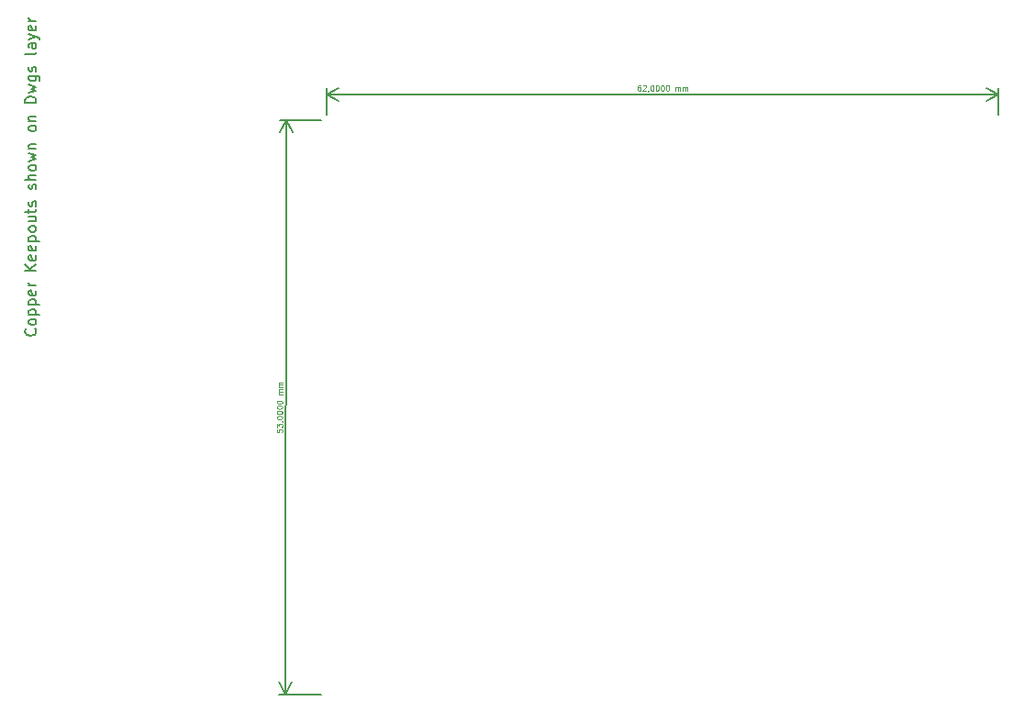
<source format=gbr>
G04 #@! TF.GenerationSoftware,KiCad,Pcbnew,7.0.8-7.0.8~ubuntu22.04.1*
G04 #@! TF.CreationDate,2023-10-11T18:06:27+02:00*
G04 #@! TF.ProjectId,PD_Micro,50445f4d-6963-4726-9f2e-6b696361645f,rev?*
G04 #@! TF.SameCoordinates,PX7ce2370PY67d8790*
G04 #@! TF.FileFunction,Other,Comment*
%FSLAX46Y46*%
G04 Gerber Fmt 4.6, Leading zero omitted, Abs format (unit mm)*
G04 Created by KiCad (PCBNEW 7.0.8-7.0.8~ubuntu22.04.1) date 2023-10-11 18:06:27*
%MOMM*%
%LPD*%
G01*
G04 APERTURE LIST*
%ADD10C,0.062500*%
%ADD11C,0.150000*%
G04 APERTURE END LIST*
D10*
X72997573Y25085091D02*
X72902335Y25085091D01*
X72902335Y25085091D02*
X72854716Y25061281D01*
X72854716Y25061281D02*
X72830906Y25037472D01*
X72830906Y25037472D02*
X72783287Y24966043D01*
X72783287Y24966043D02*
X72759478Y24870805D01*
X72759478Y24870805D02*
X72759478Y24680329D01*
X72759478Y24680329D02*
X72783287Y24632710D01*
X72783287Y24632710D02*
X72807097Y24608900D01*
X72807097Y24608900D02*
X72854716Y24585091D01*
X72854716Y24585091D02*
X72949954Y24585091D01*
X72949954Y24585091D02*
X72997573Y24608900D01*
X72997573Y24608900D02*
X73021382Y24632710D01*
X73021382Y24632710D02*
X73045192Y24680329D01*
X73045192Y24680329D02*
X73045192Y24799377D01*
X73045192Y24799377D02*
X73021382Y24846996D01*
X73021382Y24846996D02*
X72997573Y24870805D01*
X72997573Y24870805D02*
X72949954Y24894615D01*
X72949954Y24894615D02*
X72854716Y24894615D01*
X72854716Y24894615D02*
X72807097Y24870805D01*
X72807097Y24870805D02*
X72783287Y24846996D01*
X72783287Y24846996D02*
X72759478Y24799377D01*
X73235668Y25037472D02*
X73259477Y25061281D01*
X73259477Y25061281D02*
X73307096Y25085091D01*
X73307096Y25085091D02*
X73426144Y25085091D01*
X73426144Y25085091D02*
X73473763Y25061281D01*
X73473763Y25061281D02*
X73497572Y25037472D01*
X73497572Y25037472D02*
X73521382Y24989853D01*
X73521382Y24989853D02*
X73521382Y24942234D01*
X73521382Y24942234D02*
X73497572Y24870805D01*
X73497572Y24870805D02*
X73211858Y24585091D01*
X73211858Y24585091D02*
X73521382Y24585091D01*
X73759477Y24608900D02*
X73759477Y24585091D01*
X73759477Y24585091D02*
X73735667Y24537472D01*
X73735667Y24537472D02*
X73711858Y24513662D01*
X74069000Y25085091D02*
X74116619Y25085091D01*
X74116619Y25085091D02*
X74164238Y25061281D01*
X74164238Y25061281D02*
X74188048Y25037472D01*
X74188048Y25037472D02*
X74211857Y24989853D01*
X74211857Y24989853D02*
X74235667Y24894615D01*
X74235667Y24894615D02*
X74235667Y24775567D01*
X74235667Y24775567D02*
X74211857Y24680329D01*
X74211857Y24680329D02*
X74188048Y24632710D01*
X74188048Y24632710D02*
X74164238Y24608900D01*
X74164238Y24608900D02*
X74116619Y24585091D01*
X74116619Y24585091D02*
X74069000Y24585091D01*
X74069000Y24585091D02*
X74021381Y24608900D01*
X74021381Y24608900D02*
X73997572Y24632710D01*
X73997572Y24632710D02*
X73973762Y24680329D01*
X73973762Y24680329D02*
X73949953Y24775567D01*
X73949953Y24775567D02*
X73949953Y24894615D01*
X73949953Y24894615D02*
X73973762Y24989853D01*
X73973762Y24989853D02*
X73997572Y25037472D01*
X73997572Y25037472D02*
X74021381Y25061281D01*
X74021381Y25061281D02*
X74069000Y25085091D01*
X74545190Y25085091D02*
X74592809Y25085091D01*
X74592809Y25085091D02*
X74640428Y25061281D01*
X74640428Y25061281D02*
X74664238Y25037472D01*
X74664238Y25037472D02*
X74688047Y24989853D01*
X74688047Y24989853D02*
X74711857Y24894615D01*
X74711857Y24894615D02*
X74711857Y24775567D01*
X74711857Y24775567D02*
X74688047Y24680329D01*
X74688047Y24680329D02*
X74664238Y24632710D01*
X74664238Y24632710D02*
X74640428Y24608900D01*
X74640428Y24608900D02*
X74592809Y24585091D01*
X74592809Y24585091D02*
X74545190Y24585091D01*
X74545190Y24585091D02*
X74497571Y24608900D01*
X74497571Y24608900D02*
X74473762Y24632710D01*
X74473762Y24632710D02*
X74449952Y24680329D01*
X74449952Y24680329D02*
X74426143Y24775567D01*
X74426143Y24775567D02*
X74426143Y24894615D01*
X74426143Y24894615D02*
X74449952Y24989853D01*
X74449952Y24989853D02*
X74473762Y25037472D01*
X74473762Y25037472D02*
X74497571Y25061281D01*
X74497571Y25061281D02*
X74545190Y25085091D01*
X75021380Y25085091D02*
X75068999Y25085091D01*
X75068999Y25085091D02*
X75116618Y25061281D01*
X75116618Y25061281D02*
X75140428Y25037472D01*
X75140428Y25037472D02*
X75164237Y24989853D01*
X75164237Y24989853D02*
X75188047Y24894615D01*
X75188047Y24894615D02*
X75188047Y24775567D01*
X75188047Y24775567D02*
X75164237Y24680329D01*
X75164237Y24680329D02*
X75140428Y24632710D01*
X75140428Y24632710D02*
X75116618Y24608900D01*
X75116618Y24608900D02*
X75068999Y24585091D01*
X75068999Y24585091D02*
X75021380Y24585091D01*
X75021380Y24585091D02*
X74973761Y24608900D01*
X74973761Y24608900D02*
X74949952Y24632710D01*
X74949952Y24632710D02*
X74926142Y24680329D01*
X74926142Y24680329D02*
X74902333Y24775567D01*
X74902333Y24775567D02*
X74902333Y24894615D01*
X74902333Y24894615D02*
X74926142Y24989853D01*
X74926142Y24989853D02*
X74949952Y25037472D01*
X74949952Y25037472D02*
X74973761Y25061281D01*
X74973761Y25061281D02*
X75021380Y25085091D01*
X75497570Y25085091D02*
X75545189Y25085091D01*
X75545189Y25085091D02*
X75592808Y25061281D01*
X75592808Y25061281D02*
X75616618Y25037472D01*
X75616618Y25037472D02*
X75640427Y24989853D01*
X75640427Y24989853D02*
X75664237Y24894615D01*
X75664237Y24894615D02*
X75664237Y24775567D01*
X75664237Y24775567D02*
X75640427Y24680329D01*
X75640427Y24680329D02*
X75616618Y24632710D01*
X75616618Y24632710D02*
X75592808Y24608900D01*
X75592808Y24608900D02*
X75545189Y24585091D01*
X75545189Y24585091D02*
X75497570Y24585091D01*
X75497570Y24585091D02*
X75449951Y24608900D01*
X75449951Y24608900D02*
X75426142Y24632710D01*
X75426142Y24632710D02*
X75402332Y24680329D01*
X75402332Y24680329D02*
X75378523Y24775567D01*
X75378523Y24775567D02*
X75378523Y24894615D01*
X75378523Y24894615D02*
X75402332Y24989853D01*
X75402332Y24989853D02*
X75426142Y25037472D01*
X75426142Y25037472D02*
X75449951Y25061281D01*
X75449951Y25061281D02*
X75497570Y25085091D01*
X76259474Y24585091D02*
X76259474Y24918424D01*
X76259474Y24870805D02*
X76283284Y24894615D01*
X76283284Y24894615D02*
X76330903Y24918424D01*
X76330903Y24918424D02*
X76402331Y24918424D01*
X76402331Y24918424D02*
X76449950Y24894615D01*
X76449950Y24894615D02*
X76473760Y24846996D01*
X76473760Y24846996D02*
X76473760Y24585091D01*
X76473760Y24846996D02*
X76497569Y24894615D01*
X76497569Y24894615D02*
X76545188Y24918424D01*
X76545188Y24918424D02*
X76616617Y24918424D01*
X76616617Y24918424D02*
X76664236Y24894615D01*
X76664236Y24894615D02*
X76688046Y24846996D01*
X76688046Y24846996D02*
X76688046Y24585091D01*
X76926141Y24585091D02*
X76926141Y24918424D01*
X76926141Y24870805D02*
X76949951Y24894615D01*
X76949951Y24894615D02*
X76997570Y24918424D01*
X76997570Y24918424D02*
X77068998Y24918424D01*
X77068998Y24918424D02*
X77116617Y24894615D01*
X77116617Y24894615D02*
X77140427Y24846996D01*
X77140427Y24846996D02*
X77140427Y24585091D01*
X77140427Y24846996D02*
X77164236Y24894615D01*
X77164236Y24894615D02*
X77211855Y24918424D01*
X77211855Y24918424D02*
X77283284Y24918424D01*
X77283284Y24918424D02*
X77330903Y24894615D01*
X77330903Y24894615D02*
X77354713Y24846996D01*
X77354713Y24846996D02*
X77354713Y24585091D01*
D11*
X44069000Y22383650D02*
X44069000Y24837070D01*
X106069000Y22383650D02*
X106069000Y24837070D01*
X44069000Y24250650D02*
X106069000Y24250650D01*
X44069000Y24250650D02*
X106069000Y24250650D01*
X44069000Y24250650D02*
X45195504Y24837071D01*
X44069000Y24250650D02*
X45195504Y23664229D01*
X106069000Y24250650D02*
X104942496Y23664229D01*
X106069000Y24250650D02*
X104942496Y24837071D01*
D10*
X39458468Y-6655967D02*
X39458383Y-6894062D01*
X39458383Y-6894062D02*
X39696469Y-6917957D01*
X39696469Y-6917957D02*
X39672668Y-6894139D01*
X39672668Y-6894139D02*
X39648876Y-6846511D01*
X39648876Y-6846511D02*
X39648919Y-6727464D01*
X39648919Y-6727464D02*
X39672745Y-6679853D01*
X39672745Y-6679853D02*
X39696563Y-6656052D01*
X39696563Y-6656052D02*
X39744191Y-6632260D01*
X39744191Y-6632260D02*
X39863238Y-6632303D01*
X39863238Y-6632303D02*
X39910849Y-6656129D01*
X39910849Y-6656129D02*
X39934650Y-6679947D01*
X39934650Y-6679947D02*
X39958442Y-6727575D01*
X39958442Y-6727575D02*
X39958400Y-6846622D01*
X39958400Y-6846622D02*
X39934573Y-6894233D01*
X39934573Y-6894233D02*
X39910755Y-6918034D01*
X39458536Y-6465491D02*
X39458647Y-6155968D01*
X39458647Y-6155968D02*
X39649064Y-6322702D01*
X39649064Y-6322702D02*
X39649089Y-6251274D01*
X39649089Y-6251274D02*
X39672916Y-6203663D01*
X39672916Y-6203663D02*
X39696734Y-6179862D01*
X39696734Y-6179862D02*
X39744362Y-6156070D01*
X39744362Y-6156070D02*
X39863409Y-6156113D01*
X39863409Y-6156113D02*
X39911020Y-6179939D01*
X39911020Y-6179939D02*
X39934821Y-6203757D01*
X39934821Y-6203757D02*
X39958613Y-6251385D01*
X39958613Y-6251385D02*
X39958562Y-6394242D01*
X39958562Y-6394242D02*
X39934735Y-6441853D01*
X39934735Y-6441853D02*
X39910917Y-6465653D01*
X39934923Y-5918043D02*
X39958733Y-5918052D01*
X39958733Y-5918052D02*
X40006343Y-5941879D01*
X40006343Y-5941879D02*
X40030144Y-5965697D01*
X39458844Y-5608349D02*
X39458861Y-5560730D01*
X39458861Y-5560730D02*
X39482687Y-5513120D01*
X39482687Y-5513120D02*
X39506505Y-5489319D01*
X39506505Y-5489319D02*
X39554133Y-5465526D01*
X39554133Y-5465526D02*
X39649379Y-5441751D01*
X39649379Y-5441751D02*
X39768427Y-5441794D01*
X39768427Y-5441794D02*
X39863657Y-5465637D01*
X39863657Y-5465637D02*
X39911267Y-5489464D01*
X39911267Y-5489464D02*
X39935068Y-5513282D01*
X39935068Y-5513282D02*
X39958861Y-5560909D01*
X39958861Y-5560909D02*
X39958844Y-5608528D01*
X39958844Y-5608528D02*
X39935017Y-5656139D01*
X39935017Y-5656139D02*
X39911199Y-5679940D01*
X39911199Y-5679940D02*
X39863571Y-5703732D01*
X39863571Y-5703732D02*
X39768325Y-5727508D01*
X39768325Y-5727508D02*
X39649277Y-5727465D01*
X39649277Y-5727465D02*
X39554047Y-5703621D01*
X39554047Y-5703621D02*
X39506437Y-5679795D01*
X39506437Y-5679795D02*
X39482636Y-5655977D01*
X39482636Y-5655977D02*
X39458844Y-5608349D01*
X39459014Y-5132159D02*
X39459031Y-5084540D01*
X39459031Y-5084540D02*
X39482858Y-5036930D01*
X39482858Y-5036930D02*
X39506676Y-5013129D01*
X39506676Y-5013129D02*
X39554304Y-4989336D01*
X39554304Y-4989336D02*
X39649550Y-4965561D01*
X39649550Y-4965561D02*
X39768598Y-4965604D01*
X39768598Y-4965604D02*
X39863827Y-4989447D01*
X39863827Y-4989447D02*
X39911438Y-5013274D01*
X39911438Y-5013274D02*
X39935239Y-5037092D01*
X39935239Y-5037092D02*
X39959031Y-5084719D01*
X39959031Y-5084719D02*
X39959014Y-5132339D01*
X39959014Y-5132339D02*
X39935188Y-5179949D01*
X39935188Y-5179949D02*
X39911370Y-5203750D01*
X39911370Y-5203750D02*
X39863742Y-5227542D01*
X39863742Y-5227542D02*
X39768495Y-5251318D01*
X39768495Y-5251318D02*
X39649448Y-5251275D01*
X39649448Y-5251275D02*
X39554218Y-5227431D01*
X39554218Y-5227431D02*
X39506608Y-5203605D01*
X39506608Y-5203605D02*
X39482807Y-5179787D01*
X39482807Y-5179787D02*
X39459014Y-5132159D01*
X39459185Y-4655969D02*
X39459202Y-4608350D01*
X39459202Y-4608350D02*
X39483029Y-4560740D01*
X39483029Y-4560740D02*
X39506847Y-4536939D01*
X39506847Y-4536939D02*
X39554474Y-4513146D01*
X39554474Y-4513146D02*
X39649721Y-4489371D01*
X39649721Y-4489371D02*
X39768769Y-4489414D01*
X39768769Y-4489414D02*
X39863998Y-4513257D01*
X39863998Y-4513257D02*
X39911609Y-4537084D01*
X39911609Y-4537084D02*
X39935410Y-4560902D01*
X39935410Y-4560902D02*
X39959202Y-4608529D01*
X39959202Y-4608529D02*
X39959185Y-4656149D01*
X39959185Y-4656149D02*
X39935358Y-4703759D01*
X39935358Y-4703759D02*
X39911540Y-4727560D01*
X39911540Y-4727560D02*
X39863913Y-4751352D01*
X39863913Y-4751352D02*
X39768666Y-4775128D01*
X39768666Y-4775128D02*
X39649618Y-4775085D01*
X39649618Y-4775085D02*
X39554389Y-4751242D01*
X39554389Y-4751242D02*
X39506778Y-4727415D01*
X39506778Y-4727415D02*
X39482977Y-4703597D01*
X39482977Y-4703597D02*
X39459185Y-4655969D01*
X39459356Y-4179779D02*
X39459373Y-4132160D01*
X39459373Y-4132160D02*
X39483199Y-4084550D01*
X39483199Y-4084550D02*
X39507017Y-4060749D01*
X39507017Y-4060749D02*
X39554645Y-4036956D01*
X39554645Y-4036956D02*
X39649892Y-4013181D01*
X39649892Y-4013181D02*
X39768939Y-4013224D01*
X39768939Y-4013224D02*
X39864169Y-4037067D01*
X39864169Y-4037067D02*
X39911779Y-4060894D01*
X39911779Y-4060894D02*
X39935580Y-4084712D01*
X39935580Y-4084712D02*
X39959373Y-4132340D01*
X39959373Y-4132340D02*
X39959356Y-4179959D01*
X39959356Y-4179959D02*
X39935529Y-4227569D01*
X39935529Y-4227569D02*
X39911711Y-4251370D01*
X39911711Y-4251370D02*
X39864083Y-4275163D01*
X39864083Y-4275163D02*
X39768837Y-4298938D01*
X39768837Y-4298938D02*
X39649789Y-4298895D01*
X39649789Y-4298895D02*
X39554560Y-4275052D01*
X39554560Y-4275052D02*
X39506949Y-4251225D01*
X39506949Y-4251225D02*
X39483148Y-4227407D01*
X39483148Y-4227407D02*
X39459356Y-4179779D01*
X39959629Y-3418055D02*
X39626295Y-3417935D01*
X39673915Y-3417952D02*
X39650114Y-3394134D01*
X39650114Y-3394134D02*
X39626321Y-3346507D01*
X39626321Y-3346507D02*
X39626347Y-3275078D01*
X39626347Y-3275078D02*
X39650173Y-3227468D01*
X39650173Y-3227468D02*
X39697801Y-3203675D01*
X39697801Y-3203675D02*
X39959706Y-3203769D01*
X39697801Y-3203675D02*
X39650190Y-3179849D01*
X39650190Y-3179849D02*
X39626398Y-3132221D01*
X39626398Y-3132221D02*
X39626424Y-3060792D01*
X39626424Y-3060792D02*
X39650250Y-3013182D01*
X39650250Y-3013182D02*
X39697878Y-2989389D01*
X39697878Y-2989389D02*
X39959782Y-2989483D01*
X39959868Y-2751388D02*
X39626534Y-2751268D01*
X39674154Y-2751285D02*
X39650353Y-2727467D01*
X39650353Y-2727467D02*
X39626560Y-2679840D01*
X39626560Y-2679840D02*
X39626586Y-2608411D01*
X39626586Y-2608411D02*
X39650412Y-2560801D01*
X39650412Y-2560801D02*
X39698040Y-2537008D01*
X39698040Y-2537008D02*
X39959945Y-2537102D01*
X39698040Y-2537008D02*
X39650429Y-2513182D01*
X39650429Y-2513182D02*
X39626637Y-2465554D01*
X39626637Y-2465554D02*
X39626662Y-2394125D01*
X39626662Y-2394125D02*
X39650489Y-2346515D01*
X39650489Y-2346515D02*
X39698117Y-2322722D01*
X39698117Y-2322722D02*
X39960021Y-2322816D01*
D11*
X43569000Y21890179D02*
X39716723Y21891560D01*
X43550000Y-31109821D02*
X39697723Y-31108440D01*
X40303143Y21891350D02*
X40284143Y-31108650D01*
X40303143Y21891350D02*
X40284143Y-31108650D01*
X40303143Y21891350D02*
X40889160Y20764636D01*
X40303143Y21891350D02*
X39716318Y20765057D01*
X40284143Y-31108650D02*
X39698126Y-29981936D01*
X40284143Y-31108650D02*
X40870968Y-29982357D01*
X17149580Y2609998D02*
X17197200Y2562379D01*
X17197200Y2562379D02*
X17244819Y2419522D01*
X17244819Y2419522D02*
X17244819Y2324284D01*
X17244819Y2324284D02*
X17197200Y2181427D01*
X17197200Y2181427D02*
X17101961Y2086189D01*
X17101961Y2086189D02*
X17006723Y2038570D01*
X17006723Y2038570D02*
X16816247Y1990951D01*
X16816247Y1990951D02*
X16673390Y1990951D01*
X16673390Y1990951D02*
X16482914Y2038570D01*
X16482914Y2038570D02*
X16387676Y2086189D01*
X16387676Y2086189D02*
X16292438Y2181427D01*
X16292438Y2181427D02*
X16244819Y2324284D01*
X16244819Y2324284D02*
X16244819Y2419522D01*
X16244819Y2419522D02*
X16292438Y2562379D01*
X16292438Y2562379D02*
X16340057Y2609998D01*
X17244819Y3181427D02*
X17197200Y3086189D01*
X17197200Y3086189D02*
X17149580Y3038570D01*
X17149580Y3038570D02*
X17054342Y2990951D01*
X17054342Y2990951D02*
X16768628Y2990951D01*
X16768628Y2990951D02*
X16673390Y3038570D01*
X16673390Y3038570D02*
X16625771Y3086189D01*
X16625771Y3086189D02*
X16578152Y3181427D01*
X16578152Y3181427D02*
X16578152Y3324284D01*
X16578152Y3324284D02*
X16625771Y3419522D01*
X16625771Y3419522D02*
X16673390Y3467141D01*
X16673390Y3467141D02*
X16768628Y3514760D01*
X16768628Y3514760D02*
X17054342Y3514760D01*
X17054342Y3514760D02*
X17149580Y3467141D01*
X17149580Y3467141D02*
X17197200Y3419522D01*
X17197200Y3419522D02*
X17244819Y3324284D01*
X17244819Y3324284D02*
X17244819Y3181427D01*
X16578152Y3943332D02*
X17578152Y3943332D01*
X16625771Y3943332D02*
X16578152Y4038570D01*
X16578152Y4038570D02*
X16578152Y4229046D01*
X16578152Y4229046D02*
X16625771Y4324284D01*
X16625771Y4324284D02*
X16673390Y4371903D01*
X16673390Y4371903D02*
X16768628Y4419522D01*
X16768628Y4419522D02*
X17054342Y4419522D01*
X17054342Y4419522D02*
X17149580Y4371903D01*
X17149580Y4371903D02*
X17197200Y4324284D01*
X17197200Y4324284D02*
X17244819Y4229046D01*
X17244819Y4229046D02*
X17244819Y4038570D01*
X17244819Y4038570D02*
X17197200Y3943332D01*
X16578152Y4848094D02*
X17578152Y4848094D01*
X16625771Y4848094D02*
X16578152Y4943332D01*
X16578152Y4943332D02*
X16578152Y5133808D01*
X16578152Y5133808D02*
X16625771Y5229046D01*
X16625771Y5229046D02*
X16673390Y5276665D01*
X16673390Y5276665D02*
X16768628Y5324284D01*
X16768628Y5324284D02*
X17054342Y5324284D01*
X17054342Y5324284D02*
X17149580Y5276665D01*
X17149580Y5276665D02*
X17197200Y5229046D01*
X17197200Y5229046D02*
X17244819Y5133808D01*
X17244819Y5133808D02*
X17244819Y4943332D01*
X17244819Y4943332D02*
X17197200Y4848094D01*
X17197200Y6133808D02*
X17244819Y6038570D01*
X17244819Y6038570D02*
X17244819Y5848094D01*
X17244819Y5848094D02*
X17197200Y5752856D01*
X17197200Y5752856D02*
X17101961Y5705237D01*
X17101961Y5705237D02*
X16721009Y5705237D01*
X16721009Y5705237D02*
X16625771Y5752856D01*
X16625771Y5752856D02*
X16578152Y5848094D01*
X16578152Y5848094D02*
X16578152Y6038570D01*
X16578152Y6038570D02*
X16625771Y6133808D01*
X16625771Y6133808D02*
X16721009Y6181427D01*
X16721009Y6181427D02*
X16816247Y6181427D01*
X16816247Y6181427D02*
X16911485Y5705237D01*
X17244819Y6609999D02*
X16578152Y6609999D01*
X16768628Y6609999D02*
X16673390Y6657618D01*
X16673390Y6657618D02*
X16625771Y6705237D01*
X16625771Y6705237D02*
X16578152Y6800475D01*
X16578152Y6800475D02*
X16578152Y6895713D01*
X17244819Y7990952D02*
X16244819Y7990952D01*
X17244819Y8562380D02*
X16673390Y8133809D01*
X16244819Y8562380D02*
X16816247Y7990952D01*
X17197200Y9371904D02*
X17244819Y9276666D01*
X17244819Y9276666D02*
X17244819Y9086190D01*
X17244819Y9086190D02*
X17197200Y8990952D01*
X17197200Y8990952D02*
X17101961Y8943333D01*
X17101961Y8943333D02*
X16721009Y8943333D01*
X16721009Y8943333D02*
X16625771Y8990952D01*
X16625771Y8990952D02*
X16578152Y9086190D01*
X16578152Y9086190D02*
X16578152Y9276666D01*
X16578152Y9276666D02*
X16625771Y9371904D01*
X16625771Y9371904D02*
X16721009Y9419523D01*
X16721009Y9419523D02*
X16816247Y9419523D01*
X16816247Y9419523D02*
X16911485Y8943333D01*
X17197200Y10229047D02*
X17244819Y10133809D01*
X17244819Y10133809D02*
X17244819Y9943333D01*
X17244819Y9943333D02*
X17197200Y9848095D01*
X17197200Y9848095D02*
X17101961Y9800476D01*
X17101961Y9800476D02*
X16721009Y9800476D01*
X16721009Y9800476D02*
X16625771Y9848095D01*
X16625771Y9848095D02*
X16578152Y9943333D01*
X16578152Y9943333D02*
X16578152Y10133809D01*
X16578152Y10133809D02*
X16625771Y10229047D01*
X16625771Y10229047D02*
X16721009Y10276666D01*
X16721009Y10276666D02*
X16816247Y10276666D01*
X16816247Y10276666D02*
X16911485Y9800476D01*
X16578152Y10705238D02*
X17578152Y10705238D01*
X16625771Y10705238D02*
X16578152Y10800476D01*
X16578152Y10800476D02*
X16578152Y10990952D01*
X16578152Y10990952D02*
X16625771Y11086190D01*
X16625771Y11086190D02*
X16673390Y11133809D01*
X16673390Y11133809D02*
X16768628Y11181428D01*
X16768628Y11181428D02*
X17054342Y11181428D01*
X17054342Y11181428D02*
X17149580Y11133809D01*
X17149580Y11133809D02*
X17197200Y11086190D01*
X17197200Y11086190D02*
X17244819Y10990952D01*
X17244819Y10990952D02*
X17244819Y10800476D01*
X17244819Y10800476D02*
X17197200Y10705238D01*
X17244819Y11752857D02*
X17197200Y11657619D01*
X17197200Y11657619D02*
X17149580Y11610000D01*
X17149580Y11610000D02*
X17054342Y11562381D01*
X17054342Y11562381D02*
X16768628Y11562381D01*
X16768628Y11562381D02*
X16673390Y11610000D01*
X16673390Y11610000D02*
X16625771Y11657619D01*
X16625771Y11657619D02*
X16578152Y11752857D01*
X16578152Y11752857D02*
X16578152Y11895714D01*
X16578152Y11895714D02*
X16625771Y11990952D01*
X16625771Y11990952D02*
X16673390Y12038571D01*
X16673390Y12038571D02*
X16768628Y12086190D01*
X16768628Y12086190D02*
X17054342Y12086190D01*
X17054342Y12086190D02*
X17149580Y12038571D01*
X17149580Y12038571D02*
X17197200Y11990952D01*
X17197200Y11990952D02*
X17244819Y11895714D01*
X17244819Y11895714D02*
X17244819Y11752857D01*
X16578152Y12943333D02*
X17244819Y12943333D01*
X16578152Y12514762D02*
X17101961Y12514762D01*
X17101961Y12514762D02*
X17197200Y12562381D01*
X17197200Y12562381D02*
X17244819Y12657619D01*
X17244819Y12657619D02*
X17244819Y12800476D01*
X17244819Y12800476D02*
X17197200Y12895714D01*
X17197200Y12895714D02*
X17149580Y12943333D01*
X16578152Y13276667D02*
X16578152Y13657619D01*
X16244819Y13419524D02*
X17101961Y13419524D01*
X17101961Y13419524D02*
X17197200Y13467143D01*
X17197200Y13467143D02*
X17244819Y13562381D01*
X17244819Y13562381D02*
X17244819Y13657619D01*
X17197200Y13943334D02*
X17244819Y14038572D01*
X17244819Y14038572D02*
X17244819Y14229048D01*
X17244819Y14229048D02*
X17197200Y14324286D01*
X17197200Y14324286D02*
X17101961Y14371905D01*
X17101961Y14371905D02*
X17054342Y14371905D01*
X17054342Y14371905D02*
X16959104Y14324286D01*
X16959104Y14324286D02*
X16911485Y14229048D01*
X16911485Y14229048D02*
X16911485Y14086191D01*
X16911485Y14086191D02*
X16863866Y13990953D01*
X16863866Y13990953D02*
X16768628Y13943334D01*
X16768628Y13943334D02*
X16721009Y13943334D01*
X16721009Y13943334D02*
X16625771Y13990953D01*
X16625771Y13990953D02*
X16578152Y14086191D01*
X16578152Y14086191D02*
X16578152Y14229048D01*
X16578152Y14229048D02*
X16625771Y14324286D01*
X17197200Y15514763D02*
X17244819Y15610001D01*
X17244819Y15610001D02*
X17244819Y15800477D01*
X17244819Y15800477D02*
X17197200Y15895715D01*
X17197200Y15895715D02*
X17101961Y15943334D01*
X17101961Y15943334D02*
X17054342Y15943334D01*
X17054342Y15943334D02*
X16959104Y15895715D01*
X16959104Y15895715D02*
X16911485Y15800477D01*
X16911485Y15800477D02*
X16911485Y15657620D01*
X16911485Y15657620D02*
X16863866Y15562382D01*
X16863866Y15562382D02*
X16768628Y15514763D01*
X16768628Y15514763D02*
X16721009Y15514763D01*
X16721009Y15514763D02*
X16625771Y15562382D01*
X16625771Y15562382D02*
X16578152Y15657620D01*
X16578152Y15657620D02*
X16578152Y15800477D01*
X16578152Y15800477D02*
X16625771Y15895715D01*
X17244819Y16371906D02*
X16244819Y16371906D01*
X17244819Y16800477D02*
X16721009Y16800477D01*
X16721009Y16800477D02*
X16625771Y16752858D01*
X16625771Y16752858D02*
X16578152Y16657620D01*
X16578152Y16657620D02*
X16578152Y16514763D01*
X16578152Y16514763D02*
X16625771Y16419525D01*
X16625771Y16419525D02*
X16673390Y16371906D01*
X17244819Y17419525D02*
X17197200Y17324287D01*
X17197200Y17324287D02*
X17149580Y17276668D01*
X17149580Y17276668D02*
X17054342Y17229049D01*
X17054342Y17229049D02*
X16768628Y17229049D01*
X16768628Y17229049D02*
X16673390Y17276668D01*
X16673390Y17276668D02*
X16625771Y17324287D01*
X16625771Y17324287D02*
X16578152Y17419525D01*
X16578152Y17419525D02*
X16578152Y17562382D01*
X16578152Y17562382D02*
X16625771Y17657620D01*
X16625771Y17657620D02*
X16673390Y17705239D01*
X16673390Y17705239D02*
X16768628Y17752858D01*
X16768628Y17752858D02*
X17054342Y17752858D01*
X17054342Y17752858D02*
X17149580Y17705239D01*
X17149580Y17705239D02*
X17197200Y17657620D01*
X17197200Y17657620D02*
X17244819Y17562382D01*
X17244819Y17562382D02*
X17244819Y17419525D01*
X16578152Y18086192D02*
X17244819Y18276668D01*
X17244819Y18276668D02*
X16768628Y18467144D01*
X16768628Y18467144D02*
X17244819Y18657620D01*
X17244819Y18657620D02*
X16578152Y18848096D01*
X16578152Y19229049D02*
X17244819Y19229049D01*
X16673390Y19229049D02*
X16625771Y19276668D01*
X16625771Y19276668D02*
X16578152Y19371906D01*
X16578152Y19371906D02*
X16578152Y19514763D01*
X16578152Y19514763D02*
X16625771Y19610001D01*
X16625771Y19610001D02*
X16721009Y19657620D01*
X16721009Y19657620D02*
X17244819Y19657620D01*
X17244819Y21038573D02*
X17197200Y20943335D01*
X17197200Y20943335D02*
X17149580Y20895716D01*
X17149580Y20895716D02*
X17054342Y20848097D01*
X17054342Y20848097D02*
X16768628Y20848097D01*
X16768628Y20848097D02*
X16673390Y20895716D01*
X16673390Y20895716D02*
X16625771Y20943335D01*
X16625771Y20943335D02*
X16578152Y21038573D01*
X16578152Y21038573D02*
X16578152Y21181430D01*
X16578152Y21181430D02*
X16625771Y21276668D01*
X16625771Y21276668D02*
X16673390Y21324287D01*
X16673390Y21324287D02*
X16768628Y21371906D01*
X16768628Y21371906D02*
X17054342Y21371906D01*
X17054342Y21371906D02*
X17149580Y21324287D01*
X17149580Y21324287D02*
X17197200Y21276668D01*
X17197200Y21276668D02*
X17244819Y21181430D01*
X17244819Y21181430D02*
X17244819Y21038573D01*
X16578152Y21800478D02*
X17244819Y21800478D01*
X16673390Y21800478D02*
X16625771Y21848097D01*
X16625771Y21848097D02*
X16578152Y21943335D01*
X16578152Y21943335D02*
X16578152Y22086192D01*
X16578152Y22086192D02*
X16625771Y22181430D01*
X16625771Y22181430D02*
X16721009Y22229049D01*
X16721009Y22229049D02*
X17244819Y22229049D01*
X17244819Y23467145D02*
X16244819Y23467145D01*
X16244819Y23467145D02*
X16244819Y23705240D01*
X16244819Y23705240D02*
X16292438Y23848097D01*
X16292438Y23848097D02*
X16387676Y23943335D01*
X16387676Y23943335D02*
X16482914Y23990954D01*
X16482914Y23990954D02*
X16673390Y24038573D01*
X16673390Y24038573D02*
X16816247Y24038573D01*
X16816247Y24038573D02*
X17006723Y23990954D01*
X17006723Y23990954D02*
X17101961Y23943335D01*
X17101961Y23943335D02*
X17197200Y23848097D01*
X17197200Y23848097D02*
X17244819Y23705240D01*
X17244819Y23705240D02*
X17244819Y23467145D01*
X16578152Y24371907D02*
X17244819Y24562383D01*
X17244819Y24562383D02*
X16768628Y24752859D01*
X16768628Y24752859D02*
X17244819Y24943335D01*
X17244819Y24943335D02*
X16578152Y25133811D01*
X16578152Y25943335D02*
X17387676Y25943335D01*
X17387676Y25943335D02*
X17482914Y25895716D01*
X17482914Y25895716D02*
X17530533Y25848097D01*
X17530533Y25848097D02*
X17578152Y25752859D01*
X17578152Y25752859D02*
X17578152Y25610002D01*
X17578152Y25610002D02*
X17530533Y25514764D01*
X17197200Y25943335D02*
X17244819Y25848097D01*
X17244819Y25848097D02*
X17244819Y25657621D01*
X17244819Y25657621D02*
X17197200Y25562383D01*
X17197200Y25562383D02*
X17149580Y25514764D01*
X17149580Y25514764D02*
X17054342Y25467145D01*
X17054342Y25467145D02*
X16768628Y25467145D01*
X16768628Y25467145D02*
X16673390Y25514764D01*
X16673390Y25514764D02*
X16625771Y25562383D01*
X16625771Y25562383D02*
X16578152Y25657621D01*
X16578152Y25657621D02*
X16578152Y25848097D01*
X16578152Y25848097D02*
X16625771Y25943335D01*
X17197200Y26371907D02*
X17244819Y26467145D01*
X17244819Y26467145D02*
X17244819Y26657621D01*
X17244819Y26657621D02*
X17197200Y26752859D01*
X17197200Y26752859D02*
X17101961Y26800478D01*
X17101961Y26800478D02*
X17054342Y26800478D01*
X17054342Y26800478D02*
X16959104Y26752859D01*
X16959104Y26752859D02*
X16911485Y26657621D01*
X16911485Y26657621D02*
X16911485Y26514764D01*
X16911485Y26514764D02*
X16863866Y26419526D01*
X16863866Y26419526D02*
X16768628Y26371907D01*
X16768628Y26371907D02*
X16721009Y26371907D01*
X16721009Y26371907D02*
X16625771Y26419526D01*
X16625771Y26419526D02*
X16578152Y26514764D01*
X16578152Y26514764D02*
X16578152Y26657621D01*
X16578152Y26657621D02*
X16625771Y26752859D01*
X17244819Y28133812D02*
X17197200Y28038574D01*
X17197200Y28038574D02*
X17101961Y27990955D01*
X17101961Y27990955D02*
X16244819Y27990955D01*
X17244819Y28943336D02*
X16721009Y28943336D01*
X16721009Y28943336D02*
X16625771Y28895717D01*
X16625771Y28895717D02*
X16578152Y28800479D01*
X16578152Y28800479D02*
X16578152Y28610003D01*
X16578152Y28610003D02*
X16625771Y28514765D01*
X17197200Y28943336D02*
X17244819Y28848098D01*
X17244819Y28848098D02*
X17244819Y28610003D01*
X17244819Y28610003D02*
X17197200Y28514765D01*
X17197200Y28514765D02*
X17101961Y28467146D01*
X17101961Y28467146D02*
X17006723Y28467146D01*
X17006723Y28467146D02*
X16911485Y28514765D01*
X16911485Y28514765D02*
X16863866Y28610003D01*
X16863866Y28610003D02*
X16863866Y28848098D01*
X16863866Y28848098D02*
X16816247Y28943336D01*
X16578152Y29324289D02*
X17244819Y29562384D01*
X16578152Y29800479D02*
X17244819Y29562384D01*
X17244819Y29562384D02*
X17482914Y29467146D01*
X17482914Y29467146D02*
X17530533Y29419527D01*
X17530533Y29419527D02*
X17578152Y29324289D01*
X17197200Y30562384D02*
X17244819Y30467146D01*
X17244819Y30467146D02*
X17244819Y30276670D01*
X17244819Y30276670D02*
X17197200Y30181432D01*
X17197200Y30181432D02*
X17101961Y30133813D01*
X17101961Y30133813D02*
X16721009Y30133813D01*
X16721009Y30133813D02*
X16625771Y30181432D01*
X16625771Y30181432D02*
X16578152Y30276670D01*
X16578152Y30276670D02*
X16578152Y30467146D01*
X16578152Y30467146D02*
X16625771Y30562384D01*
X16625771Y30562384D02*
X16721009Y30610003D01*
X16721009Y30610003D02*
X16816247Y30610003D01*
X16816247Y30610003D02*
X16911485Y30133813D01*
X17244819Y31038575D02*
X16578152Y31038575D01*
X16768628Y31038575D02*
X16673390Y31086194D01*
X16673390Y31086194D02*
X16625771Y31133813D01*
X16625771Y31133813D02*
X16578152Y31229051D01*
X16578152Y31229051D02*
X16578152Y31324289D01*
M02*

</source>
